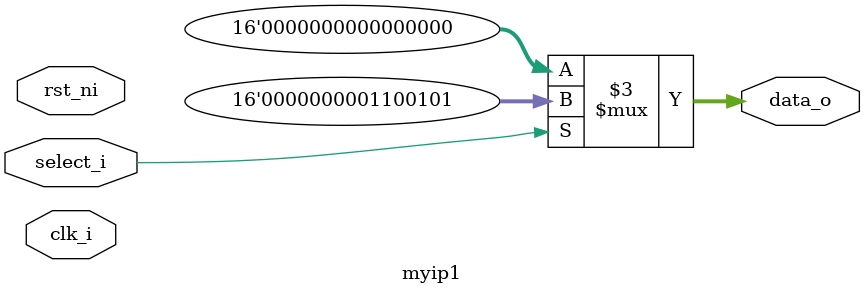
<source format=sv>
module myip1 (
    input  logic        clk_i,
    input  logic        rst_ni,
    input  logic        select_i,
    output logic [15:0] data_o
);

    always_comb begin
        if (select_i) begin
            data_o = 16'd101;
        end else begin
            data_o = 16'h0000;
        end
    end

endmodule

</source>
